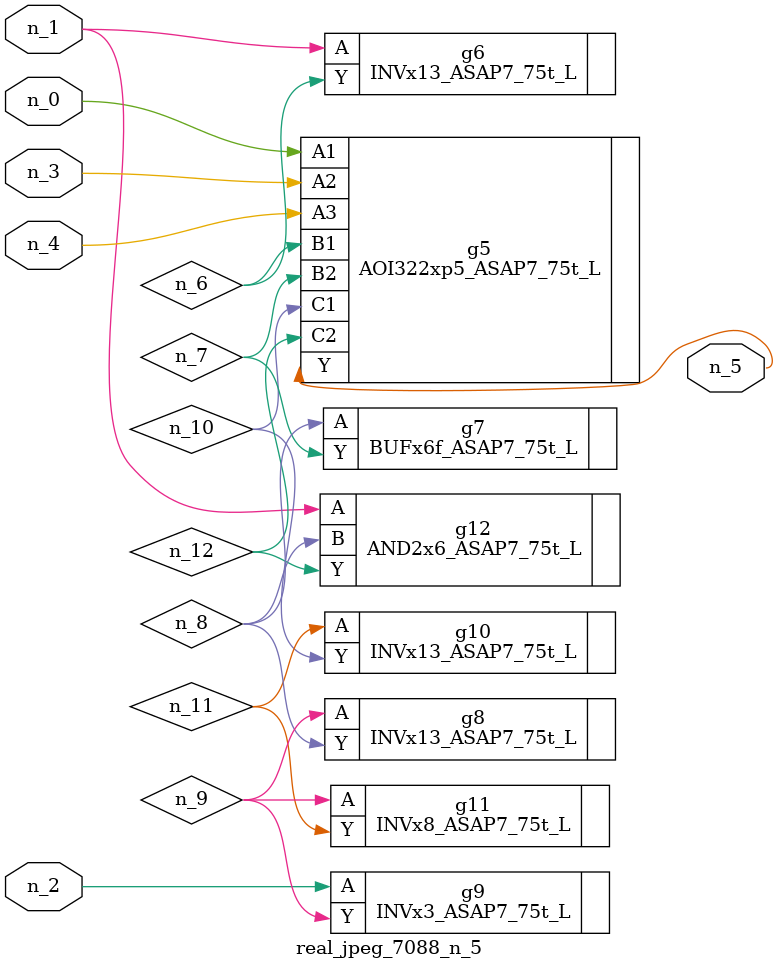
<source format=v>
module real_jpeg_7088_n_5 (n_4, n_0, n_1, n_2, n_3, n_5);

input n_4;
input n_0;
input n_1;
input n_2;
input n_3;

output n_5;

wire n_12;
wire n_8;
wire n_11;
wire n_6;
wire n_7;
wire n_10;
wire n_9;

AOI322xp5_ASAP7_75t_L g5 ( 
.A1(n_0),
.A2(n_3),
.A3(n_4),
.B1(n_6),
.B2(n_7),
.C1(n_10),
.C2(n_12),
.Y(n_5)
);

INVx13_ASAP7_75t_L g6 ( 
.A(n_1),
.Y(n_6)
);

AND2x6_ASAP7_75t_L g12 ( 
.A(n_1),
.B(n_8),
.Y(n_12)
);

INVx3_ASAP7_75t_L g9 ( 
.A(n_2),
.Y(n_9)
);

BUFx6f_ASAP7_75t_L g7 ( 
.A(n_8),
.Y(n_7)
);

INVx13_ASAP7_75t_L g8 ( 
.A(n_9),
.Y(n_8)
);

INVx8_ASAP7_75t_L g11 ( 
.A(n_9),
.Y(n_11)
);

INVx13_ASAP7_75t_L g10 ( 
.A(n_11),
.Y(n_10)
);


endmodule
</source>
